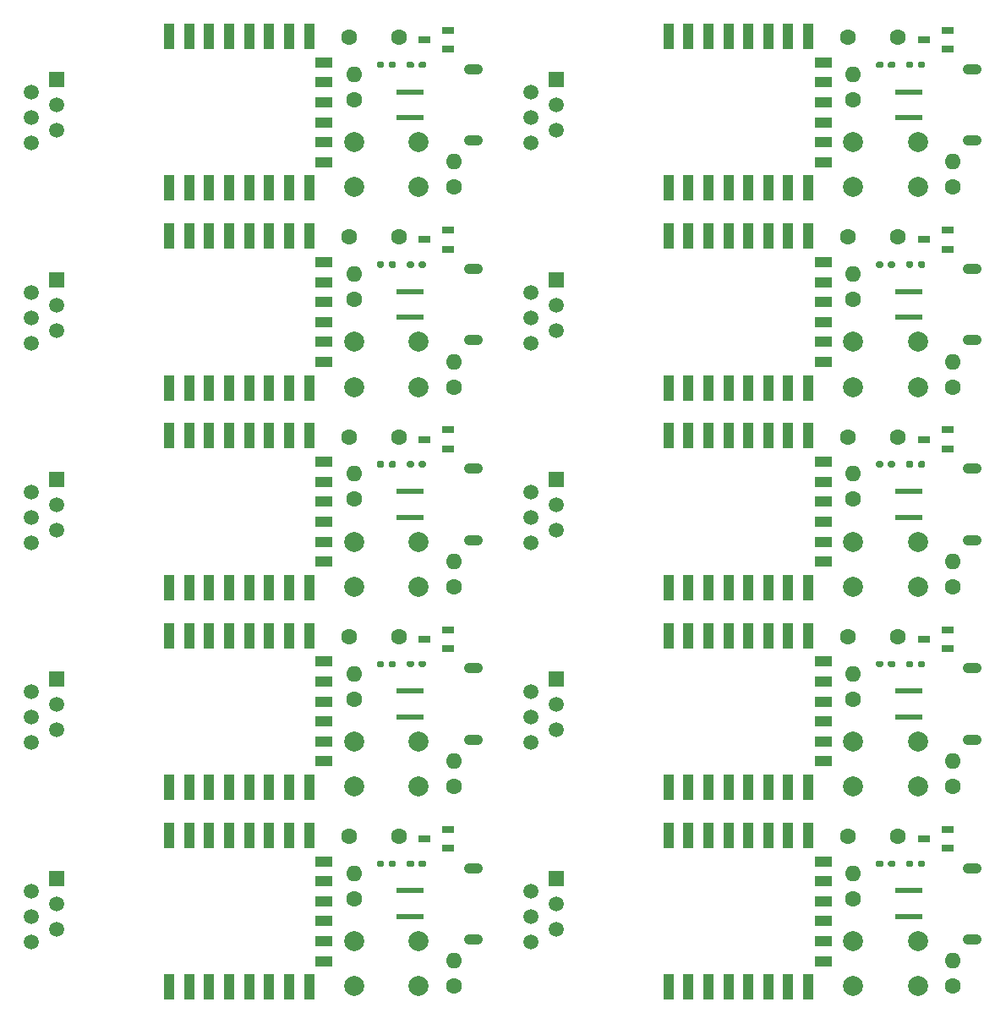
<source format=gbr>
%TF.GenerationSoftware,KiCad,Pcbnew,(5.1.9)-1*%
%TF.CreationDate,2021-04-07T06:54:24+02:00*%
%TF.ProjectId,IM350_AM550_5V_multi,494d3335-305f-4414-9d35-35305f35565f,rev?*%
%TF.SameCoordinates,Original*%
%TF.FileFunction,Soldermask,Top*%
%TF.FilePolarity,Negative*%
%FSLAX46Y46*%
G04 Gerber Fmt 4.6, Leading zero omitted, Abs format (unit mm)*
G04 Created by KiCad (PCBNEW (5.1.9)-1) date 2021-04-07 06:54:24*
%MOMM*%
%LPD*%
G01*
G04 APERTURE LIST*
%ADD10R,1.520000X1.520000*%
%ADD11C,1.520000*%
%ADD12O,1.900000X1.050000*%
%ADD13R,2.800000X0.600000*%
%ADD14C,1.600000*%
%ADD15O,1.600000X1.600000*%
%ADD16C,2.000000*%
%ADD17R,1.000000X2.500000*%
%ADD18R,1.800000X1.000000*%
%ADD19R,1.300000X0.800000*%
G04 APERTURE END LIST*
%TO.C,P3*%
G36*
G01*
X133790000Y-119410000D02*
X133790000Y-119090000D01*
G75*
G02*
X133950000Y-118930000I160000J0D01*
G01*
X134345000Y-118930000D01*
G75*
G02*
X134505000Y-119090000I0J-160000D01*
G01*
X134505000Y-119410000D01*
G75*
G02*
X134345000Y-119570000I-160000J0D01*
G01*
X133950000Y-119570000D01*
G75*
G02*
X133790000Y-119410000I0J160000D01*
G01*
G37*
G36*
G01*
X132595000Y-119410000D02*
X132595000Y-119090000D01*
G75*
G02*
X132755000Y-118930000I160000J0D01*
G01*
X133150000Y-118930000D01*
G75*
G02*
X133310000Y-119090000I0J-160000D01*
G01*
X133310000Y-119410000D01*
G75*
G02*
X133150000Y-119570000I-160000J0D01*
G01*
X132755000Y-119570000D01*
G75*
G02*
X132595000Y-119410000I0J160000D01*
G01*
G37*
%TD*%
D10*
%TO.C,J7*%
X97550000Y-120750000D03*
D11*
X95010000Y-122020000D03*
X97550000Y-123290000D03*
X95010000Y-124560000D03*
X97550000Y-125830000D03*
X95010000Y-127100000D03*
%TD*%
%TO.C,P3*%
G36*
G01*
X132595000Y-99410000D02*
X132595000Y-99090000D01*
G75*
G02*
X132755000Y-98930000I160000J0D01*
G01*
X133150000Y-98930000D01*
G75*
G02*
X133310000Y-99090000I0J-160000D01*
G01*
X133310000Y-99410000D01*
G75*
G02*
X133150000Y-99570000I-160000J0D01*
G01*
X132755000Y-99570000D01*
G75*
G02*
X132595000Y-99410000I0J160000D01*
G01*
G37*
G36*
G01*
X133790000Y-99410000D02*
X133790000Y-99090000D01*
G75*
G02*
X133950000Y-98930000I160000J0D01*
G01*
X134345000Y-98930000D01*
G75*
G02*
X134505000Y-99090000I0J-160000D01*
G01*
X134505000Y-99410000D01*
G75*
G02*
X134345000Y-99570000I-160000J0D01*
G01*
X133950000Y-99570000D01*
G75*
G02*
X133790000Y-99410000I0J160000D01*
G01*
G37*
%TD*%
D12*
%TO.C,J5*%
X139250000Y-99675000D03*
X139250000Y-106825000D03*
D13*
X132900000Y-101950000D03*
X132900000Y-104550000D03*
%TD*%
D14*
%TO.C,C2*%
X131800000Y-96500000D03*
X126800000Y-96500000D03*
%TD*%
%TO.C,P4*%
G36*
G01*
X130790000Y-99410000D02*
X130790000Y-99090000D01*
G75*
G02*
X130950000Y-98930000I160000J0D01*
G01*
X131345000Y-98930000D01*
G75*
G02*
X131505000Y-99090000I0J-160000D01*
G01*
X131505000Y-99410000D01*
G75*
G02*
X131345000Y-99570000I-160000J0D01*
G01*
X130950000Y-99570000D01*
G75*
G02*
X130790000Y-99410000I0J160000D01*
G01*
G37*
G36*
G01*
X129595000Y-99410000D02*
X129595000Y-99090000D01*
G75*
G02*
X129755000Y-98930000I160000J0D01*
G01*
X130150000Y-98930000D01*
G75*
G02*
X130310000Y-99090000I0J-160000D01*
G01*
X130310000Y-99410000D01*
G75*
G02*
X130150000Y-99570000I-160000J0D01*
G01*
X129755000Y-99570000D01*
G75*
G02*
X129595000Y-99410000I0J160000D01*
G01*
G37*
%TD*%
D15*
%TO.C,R1*%
X127300000Y-100210000D03*
D14*
X127300000Y-102750000D03*
%TD*%
D16*
%TO.C,SW1*%
X127300000Y-131500000D03*
X127300000Y-127000000D03*
X133800000Y-131500000D03*
X133800000Y-127000000D03*
%TD*%
D14*
%TO.C,R1*%
X127300000Y-122750000D03*
D15*
X127300000Y-120210000D03*
%TD*%
D14*
%TO.C,C2*%
X126800000Y-116500000D03*
X131800000Y-116500000D03*
%TD*%
D16*
%TO.C,SW1*%
X133800000Y-107000000D03*
X133800000Y-111500000D03*
X127300000Y-107000000D03*
X127300000Y-111500000D03*
%TD*%
D17*
%TO.C,U2*%
X108800000Y-111600000D03*
X110800000Y-111600000D03*
X112800000Y-111600000D03*
X114800000Y-111600000D03*
X116800000Y-111600000D03*
X118800000Y-111600000D03*
X120800000Y-111600000D03*
X122800000Y-111600000D03*
D18*
X124300000Y-109000000D03*
X124300000Y-107000000D03*
X124300000Y-105000000D03*
X124300000Y-103000000D03*
X124300000Y-101000000D03*
X124300000Y-99000000D03*
D17*
X122800000Y-96400000D03*
X120800000Y-96400000D03*
X118800000Y-96400000D03*
X116800000Y-96400000D03*
X114800000Y-96400000D03*
X112800000Y-96400000D03*
X110800000Y-96400000D03*
X108800000Y-96400000D03*
%TD*%
%TO.C,P4*%
G36*
G01*
X129595000Y-119410000D02*
X129595000Y-119090000D01*
G75*
G02*
X129755000Y-118930000I160000J0D01*
G01*
X130150000Y-118930000D01*
G75*
G02*
X130310000Y-119090000I0J-160000D01*
G01*
X130310000Y-119410000D01*
G75*
G02*
X130150000Y-119570000I-160000J0D01*
G01*
X129755000Y-119570000D01*
G75*
G02*
X129595000Y-119410000I0J160000D01*
G01*
G37*
G36*
G01*
X130790000Y-119410000D02*
X130790000Y-119090000D01*
G75*
G02*
X130950000Y-118930000I160000J0D01*
G01*
X131345000Y-118930000D01*
G75*
G02*
X131505000Y-119090000I0J-160000D01*
G01*
X131505000Y-119410000D01*
G75*
G02*
X131345000Y-119570000I-160000J0D01*
G01*
X130950000Y-119570000D01*
G75*
G02*
X130790000Y-119410000I0J160000D01*
G01*
G37*
%TD*%
D15*
%TO.C,R5*%
X137300000Y-128960000D03*
D14*
X137300000Y-131500000D03*
%TD*%
D19*
%TO.C,U1*%
X136750000Y-97700000D03*
X136750000Y-95800000D03*
X134350000Y-96750000D03*
%TD*%
%TO.C,U1*%
X134350000Y-116750000D03*
X136750000Y-115800000D03*
X136750000Y-117700000D03*
%TD*%
D11*
%TO.C,J7*%
X95010000Y-107100000D03*
X97550000Y-105830000D03*
X95010000Y-104560000D03*
X97550000Y-103290000D03*
X95010000Y-102020000D03*
D10*
X97550000Y-100750000D03*
%TD*%
D13*
%TO.C,J5*%
X132900000Y-124550000D03*
X132900000Y-121950000D03*
D12*
X139250000Y-126825000D03*
X139250000Y-119675000D03*
%TD*%
D17*
%TO.C,U2*%
X108800000Y-116400000D03*
X110800000Y-116400000D03*
X112800000Y-116400000D03*
X114800000Y-116400000D03*
X116800000Y-116400000D03*
X118800000Y-116400000D03*
X120800000Y-116400000D03*
X122800000Y-116400000D03*
D18*
X124300000Y-119000000D03*
X124300000Y-121000000D03*
X124300000Y-123000000D03*
X124300000Y-125000000D03*
X124300000Y-127000000D03*
X124300000Y-129000000D03*
D17*
X122800000Y-131600000D03*
X120800000Y-131600000D03*
X118800000Y-131600000D03*
X116800000Y-131600000D03*
X114800000Y-131600000D03*
X112800000Y-131600000D03*
X110800000Y-131600000D03*
X108800000Y-131600000D03*
%TD*%
D14*
%TO.C,R5*%
X137300000Y-111500000D03*
D15*
X137300000Y-108960000D03*
%TD*%
D13*
%TO.C,J5*%
X132900000Y-84550000D03*
X132900000Y-81950000D03*
D12*
X139250000Y-86825000D03*
X139250000Y-79675000D03*
%TD*%
D14*
%TO.C,C2*%
X126800000Y-76500000D03*
X131800000Y-76500000D03*
%TD*%
%TO.C,P4*%
G36*
G01*
X129595000Y-79410000D02*
X129595000Y-79090000D01*
G75*
G02*
X129755000Y-78930000I160000J0D01*
G01*
X130150000Y-78930000D01*
G75*
G02*
X130310000Y-79090000I0J-160000D01*
G01*
X130310000Y-79410000D01*
G75*
G02*
X130150000Y-79570000I-160000J0D01*
G01*
X129755000Y-79570000D01*
G75*
G02*
X129595000Y-79410000I0J160000D01*
G01*
G37*
G36*
G01*
X130790000Y-79410000D02*
X130790000Y-79090000D01*
G75*
G02*
X130950000Y-78930000I160000J0D01*
G01*
X131345000Y-78930000D01*
G75*
G02*
X131505000Y-79090000I0J-160000D01*
G01*
X131505000Y-79410000D01*
G75*
G02*
X131345000Y-79570000I-160000J0D01*
G01*
X130950000Y-79570000D01*
G75*
G02*
X130790000Y-79410000I0J160000D01*
G01*
G37*
%TD*%
D17*
%TO.C,U2*%
X108800000Y-76400000D03*
X110800000Y-76400000D03*
X112800000Y-76400000D03*
X114800000Y-76400000D03*
X116800000Y-76400000D03*
X118800000Y-76400000D03*
X120800000Y-76400000D03*
X122800000Y-76400000D03*
D18*
X124300000Y-79000000D03*
X124300000Y-81000000D03*
X124300000Y-83000000D03*
X124300000Y-85000000D03*
X124300000Y-87000000D03*
X124300000Y-89000000D03*
D17*
X122800000Y-91600000D03*
X120800000Y-91600000D03*
X118800000Y-91600000D03*
X116800000Y-91600000D03*
X114800000Y-91600000D03*
X112800000Y-91600000D03*
X110800000Y-91600000D03*
X108800000Y-91600000D03*
%TD*%
D10*
%TO.C,J7*%
X97550000Y-80750000D03*
D11*
X95010000Y-82020000D03*
X97550000Y-83290000D03*
X95010000Y-84560000D03*
X97550000Y-85830000D03*
X95010000Y-87100000D03*
%TD*%
D19*
%TO.C,U1*%
X134350000Y-76750000D03*
X136750000Y-75800000D03*
X136750000Y-77700000D03*
%TD*%
%TO.C,P3*%
G36*
G01*
X133790000Y-79410000D02*
X133790000Y-79090000D01*
G75*
G02*
X133950000Y-78930000I160000J0D01*
G01*
X134345000Y-78930000D01*
G75*
G02*
X134505000Y-79090000I0J-160000D01*
G01*
X134505000Y-79410000D01*
G75*
G02*
X134345000Y-79570000I-160000J0D01*
G01*
X133950000Y-79570000D01*
G75*
G02*
X133790000Y-79410000I0J160000D01*
G01*
G37*
G36*
G01*
X132595000Y-79410000D02*
X132595000Y-79090000D01*
G75*
G02*
X132755000Y-78930000I160000J0D01*
G01*
X133150000Y-78930000D01*
G75*
G02*
X133310000Y-79090000I0J-160000D01*
G01*
X133310000Y-79410000D01*
G75*
G02*
X133150000Y-79570000I-160000J0D01*
G01*
X132755000Y-79570000D01*
G75*
G02*
X132595000Y-79410000I0J160000D01*
G01*
G37*
%TD*%
D14*
%TO.C,R1*%
X127300000Y-82750000D03*
D15*
X127300000Y-80210000D03*
%TD*%
%TO.C,R5*%
X137300000Y-88960000D03*
D14*
X137300000Y-91500000D03*
%TD*%
D16*
%TO.C,SW1*%
X127300000Y-91500000D03*
X127300000Y-87000000D03*
X133800000Y-91500000D03*
X133800000Y-87000000D03*
%TD*%
D11*
%TO.C,J7*%
X95010000Y-67100000D03*
X97550000Y-65830000D03*
X95010000Y-64560000D03*
X97550000Y-63290000D03*
X95010000Y-62020000D03*
D10*
X97550000Y-60750000D03*
%TD*%
%TO.C,P4*%
G36*
G01*
X130790000Y-59410000D02*
X130790000Y-59090000D01*
G75*
G02*
X130950000Y-58930000I160000J0D01*
G01*
X131345000Y-58930000D01*
G75*
G02*
X131505000Y-59090000I0J-160000D01*
G01*
X131505000Y-59410000D01*
G75*
G02*
X131345000Y-59570000I-160000J0D01*
G01*
X130950000Y-59570000D01*
G75*
G02*
X130790000Y-59410000I0J160000D01*
G01*
G37*
G36*
G01*
X129595000Y-59410000D02*
X129595000Y-59090000D01*
G75*
G02*
X129755000Y-58930000I160000J0D01*
G01*
X130150000Y-58930000D01*
G75*
G02*
X130310000Y-59090000I0J-160000D01*
G01*
X130310000Y-59410000D01*
G75*
G02*
X130150000Y-59570000I-160000J0D01*
G01*
X129755000Y-59570000D01*
G75*
G02*
X129595000Y-59410000I0J160000D01*
G01*
G37*
%TD*%
D17*
%TO.C,U2*%
X108800000Y-71600000D03*
X110800000Y-71600000D03*
X112800000Y-71600000D03*
X114800000Y-71600000D03*
X116800000Y-71600000D03*
X118800000Y-71600000D03*
X120800000Y-71600000D03*
X122800000Y-71600000D03*
D18*
X124300000Y-69000000D03*
X124300000Y-67000000D03*
X124300000Y-65000000D03*
X124300000Y-63000000D03*
X124300000Y-61000000D03*
X124300000Y-59000000D03*
D17*
X122800000Y-56400000D03*
X120800000Y-56400000D03*
X118800000Y-56400000D03*
X116800000Y-56400000D03*
X114800000Y-56400000D03*
X112800000Y-56400000D03*
X110800000Y-56400000D03*
X108800000Y-56400000D03*
%TD*%
D19*
%TO.C,U1*%
X136750000Y-57700000D03*
X136750000Y-55800000D03*
X134350000Y-56750000D03*
%TD*%
%TO.C,P3*%
G36*
G01*
X132595000Y-59410000D02*
X132595000Y-59090000D01*
G75*
G02*
X132755000Y-58930000I160000J0D01*
G01*
X133150000Y-58930000D01*
G75*
G02*
X133310000Y-59090000I0J-160000D01*
G01*
X133310000Y-59410000D01*
G75*
G02*
X133150000Y-59570000I-160000J0D01*
G01*
X132755000Y-59570000D01*
G75*
G02*
X132595000Y-59410000I0J160000D01*
G01*
G37*
G36*
G01*
X133790000Y-59410000D02*
X133790000Y-59090000D01*
G75*
G02*
X133950000Y-58930000I160000J0D01*
G01*
X134345000Y-58930000D01*
G75*
G02*
X134505000Y-59090000I0J-160000D01*
G01*
X134505000Y-59410000D01*
G75*
G02*
X134345000Y-59570000I-160000J0D01*
G01*
X133950000Y-59570000D01*
G75*
G02*
X133790000Y-59410000I0J160000D01*
G01*
G37*
%TD*%
D14*
%TO.C,C2*%
X131800000Y-56500000D03*
X126800000Y-56500000D03*
%TD*%
D12*
%TO.C,J5*%
X139250000Y-59675000D03*
X139250000Y-66825000D03*
D13*
X132900000Y-61950000D03*
X132900000Y-64550000D03*
%TD*%
D10*
%TO.C,J7*%
X97550000Y-40750000D03*
D11*
X95010000Y-42020000D03*
X97550000Y-43290000D03*
X95010000Y-44560000D03*
X97550000Y-45830000D03*
X95010000Y-47100000D03*
%TD*%
D16*
%TO.C,SW1*%
X133800000Y-67000000D03*
X133800000Y-71500000D03*
X127300000Y-67000000D03*
X127300000Y-71500000D03*
%TD*%
D15*
%TO.C,R1*%
X127300000Y-60210000D03*
D14*
X127300000Y-62750000D03*
%TD*%
%TO.C,R5*%
X137300000Y-71500000D03*
D15*
X137300000Y-68960000D03*
%TD*%
D17*
%TO.C,U2*%
X108800000Y-36400000D03*
X110800000Y-36400000D03*
X112800000Y-36400000D03*
X114800000Y-36400000D03*
X116800000Y-36400000D03*
X118800000Y-36400000D03*
X120800000Y-36400000D03*
X122800000Y-36400000D03*
D18*
X124300000Y-39000000D03*
X124300000Y-41000000D03*
X124300000Y-43000000D03*
X124300000Y-45000000D03*
X124300000Y-47000000D03*
X124300000Y-49000000D03*
D17*
X122800000Y-51600000D03*
X120800000Y-51600000D03*
X118800000Y-51600000D03*
X116800000Y-51600000D03*
X114800000Y-51600000D03*
X112800000Y-51600000D03*
X110800000Y-51600000D03*
X108800000Y-51600000D03*
%TD*%
D19*
%TO.C,U1*%
X134350000Y-36750000D03*
X136750000Y-35800000D03*
X136750000Y-37700000D03*
%TD*%
%TO.C,P3*%
G36*
G01*
X133790000Y-39410000D02*
X133790000Y-39090000D01*
G75*
G02*
X133950000Y-38930000I160000J0D01*
G01*
X134345000Y-38930000D01*
G75*
G02*
X134505000Y-39090000I0J-160000D01*
G01*
X134505000Y-39410000D01*
G75*
G02*
X134345000Y-39570000I-160000J0D01*
G01*
X133950000Y-39570000D01*
G75*
G02*
X133790000Y-39410000I0J160000D01*
G01*
G37*
G36*
G01*
X132595000Y-39410000D02*
X132595000Y-39090000D01*
G75*
G02*
X132755000Y-38930000I160000J0D01*
G01*
X133150000Y-38930000D01*
G75*
G02*
X133310000Y-39090000I0J-160000D01*
G01*
X133310000Y-39410000D01*
G75*
G02*
X133150000Y-39570000I-160000J0D01*
G01*
X132755000Y-39570000D01*
G75*
G02*
X132595000Y-39410000I0J160000D01*
G01*
G37*
%TD*%
D14*
%TO.C,R1*%
X127300000Y-42750000D03*
D15*
X127300000Y-40210000D03*
%TD*%
D14*
%TO.C,C2*%
X126800000Y-36500000D03*
X131800000Y-36500000D03*
%TD*%
%TO.C,P4*%
G36*
G01*
X129595000Y-39410000D02*
X129595000Y-39090000D01*
G75*
G02*
X129755000Y-38930000I160000J0D01*
G01*
X130150000Y-38930000D01*
G75*
G02*
X130310000Y-39090000I0J-160000D01*
G01*
X130310000Y-39410000D01*
G75*
G02*
X130150000Y-39570000I-160000J0D01*
G01*
X129755000Y-39570000D01*
G75*
G02*
X129595000Y-39410000I0J160000D01*
G01*
G37*
G36*
G01*
X130790000Y-39410000D02*
X130790000Y-39090000D01*
G75*
G02*
X130950000Y-38930000I160000J0D01*
G01*
X131345000Y-38930000D01*
G75*
G02*
X131505000Y-39090000I0J-160000D01*
G01*
X131505000Y-39410000D01*
G75*
G02*
X131345000Y-39570000I-160000J0D01*
G01*
X130950000Y-39570000D01*
G75*
G02*
X130790000Y-39410000I0J160000D01*
G01*
G37*
%TD*%
D16*
%TO.C,SW1*%
X127300000Y-51500000D03*
X127300000Y-47000000D03*
X133800000Y-51500000D03*
X133800000Y-47000000D03*
%TD*%
D15*
%TO.C,R5*%
X137300000Y-48960000D03*
D14*
X137300000Y-51500000D03*
%TD*%
D13*
%TO.C,J5*%
X132900000Y-44550000D03*
X132900000Y-41950000D03*
D12*
X139250000Y-46825000D03*
X139250000Y-39675000D03*
%TD*%
%TO.C,P3*%
G36*
G01*
X82595000Y-119410000D02*
X82595000Y-119090000D01*
G75*
G02*
X82755000Y-118930000I160000J0D01*
G01*
X83150000Y-118930000D01*
G75*
G02*
X83310000Y-119090000I0J-160000D01*
G01*
X83310000Y-119410000D01*
G75*
G02*
X83150000Y-119570000I-160000J0D01*
G01*
X82755000Y-119570000D01*
G75*
G02*
X82595000Y-119410000I0J160000D01*
G01*
G37*
G36*
G01*
X83790000Y-119410000D02*
X83790000Y-119090000D01*
G75*
G02*
X83950000Y-118930000I160000J0D01*
G01*
X84345000Y-118930000D01*
G75*
G02*
X84505000Y-119090000I0J-160000D01*
G01*
X84505000Y-119410000D01*
G75*
G02*
X84345000Y-119570000I-160000J0D01*
G01*
X83950000Y-119570000D01*
G75*
G02*
X83790000Y-119410000I0J160000D01*
G01*
G37*
%TD*%
%TO.C,J5*%
X89250000Y-119675000D03*
X89250000Y-126825000D03*
D13*
X82900000Y-121950000D03*
X82900000Y-124550000D03*
%TD*%
D14*
%TO.C,C2*%
X81800000Y-116500000D03*
X76800000Y-116500000D03*
%TD*%
%TO.C,P4*%
G36*
G01*
X80790000Y-119410000D02*
X80790000Y-119090000D01*
G75*
G02*
X80950000Y-118930000I160000J0D01*
G01*
X81345000Y-118930000D01*
G75*
G02*
X81505000Y-119090000I0J-160000D01*
G01*
X81505000Y-119410000D01*
G75*
G02*
X81345000Y-119570000I-160000J0D01*
G01*
X80950000Y-119570000D01*
G75*
G02*
X80790000Y-119410000I0J160000D01*
G01*
G37*
G36*
G01*
X79595000Y-119410000D02*
X79595000Y-119090000D01*
G75*
G02*
X79755000Y-118930000I160000J0D01*
G01*
X80150000Y-118930000D01*
G75*
G02*
X80310000Y-119090000I0J-160000D01*
G01*
X80310000Y-119410000D01*
G75*
G02*
X80150000Y-119570000I-160000J0D01*
G01*
X79755000Y-119570000D01*
G75*
G02*
X79595000Y-119410000I0J160000D01*
G01*
G37*
%TD*%
D15*
%TO.C,R1*%
X77300000Y-120210000D03*
D14*
X77300000Y-122750000D03*
%TD*%
D16*
%TO.C,SW1*%
X83800000Y-127000000D03*
X83800000Y-131500000D03*
X77300000Y-127000000D03*
X77300000Y-131500000D03*
%TD*%
D17*
%TO.C,U2*%
X58800000Y-131600000D03*
X60800000Y-131600000D03*
X62800000Y-131600000D03*
X64800000Y-131600000D03*
X66800000Y-131600000D03*
X68800000Y-131600000D03*
X70800000Y-131600000D03*
X72800000Y-131600000D03*
D18*
X74300000Y-129000000D03*
X74300000Y-127000000D03*
X74300000Y-125000000D03*
X74300000Y-123000000D03*
X74300000Y-121000000D03*
X74300000Y-119000000D03*
D17*
X72800000Y-116400000D03*
X70800000Y-116400000D03*
X68800000Y-116400000D03*
X66800000Y-116400000D03*
X64800000Y-116400000D03*
X62800000Y-116400000D03*
X60800000Y-116400000D03*
X58800000Y-116400000D03*
%TD*%
D19*
%TO.C,U1*%
X86750000Y-117700000D03*
X86750000Y-115800000D03*
X84350000Y-116750000D03*
%TD*%
D11*
%TO.C,J7*%
X45010000Y-127100000D03*
X47550000Y-125830000D03*
X45010000Y-124560000D03*
X47550000Y-123290000D03*
X45010000Y-122020000D03*
D10*
X47550000Y-120750000D03*
%TD*%
D14*
%TO.C,R5*%
X87300000Y-131500000D03*
D15*
X87300000Y-128960000D03*
%TD*%
D13*
%TO.C,J5*%
X82900000Y-104550000D03*
X82900000Y-101950000D03*
D12*
X89250000Y-106825000D03*
X89250000Y-99675000D03*
%TD*%
D14*
%TO.C,C2*%
X76800000Y-96500000D03*
X81800000Y-96500000D03*
%TD*%
%TO.C,P4*%
G36*
G01*
X79595000Y-99410000D02*
X79595000Y-99090000D01*
G75*
G02*
X79755000Y-98930000I160000J0D01*
G01*
X80150000Y-98930000D01*
G75*
G02*
X80310000Y-99090000I0J-160000D01*
G01*
X80310000Y-99410000D01*
G75*
G02*
X80150000Y-99570000I-160000J0D01*
G01*
X79755000Y-99570000D01*
G75*
G02*
X79595000Y-99410000I0J160000D01*
G01*
G37*
G36*
G01*
X80790000Y-99410000D02*
X80790000Y-99090000D01*
G75*
G02*
X80950000Y-98930000I160000J0D01*
G01*
X81345000Y-98930000D01*
G75*
G02*
X81505000Y-99090000I0J-160000D01*
G01*
X81505000Y-99410000D01*
G75*
G02*
X81345000Y-99570000I-160000J0D01*
G01*
X80950000Y-99570000D01*
G75*
G02*
X80790000Y-99410000I0J160000D01*
G01*
G37*
%TD*%
D17*
%TO.C,U2*%
X58800000Y-96400000D03*
X60800000Y-96400000D03*
X62800000Y-96400000D03*
X64800000Y-96400000D03*
X66800000Y-96400000D03*
X68800000Y-96400000D03*
X70800000Y-96400000D03*
X72800000Y-96400000D03*
D18*
X74300000Y-99000000D03*
X74300000Y-101000000D03*
X74300000Y-103000000D03*
X74300000Y-105000000D03*
X74300000Y-107000000D03*
X74300000Y-109000000D03*
D17*
X72800000Y-111600000D03*
X70800000Y-111600000D03*
X68800000Y-111600000D03*
X66800000Y-111600000D03*
X64800000Y-111600000D03*
X62800000Y-111600000D03*
X60800000Y-111600000D03*
X58800000Y-111600000D03*
%TD*%
D10*
%TO.C,J7*%
X47550000Y-100750000D03*
D11*
X45010000Y-102020000D03*
X47550000Y-103290000D03*
X45010000Y-104560000D03*
X47550000Y-105830000D03*
X45010000Y-107100000D03*
%TD*%
D19*
%TO.C,U1*%
X84350000Y-96750000D03*
X86750000Y-95800000D03*
X86750000Y-97700000D03*
%TD*%
%TO.C,P3*%
G36*
G01*
X83790000Y-99410000D02*
X83790000Y-99090000D01*
G75*
G02*
X83950000Y-98930000I160000J0D01*
G01*
X84345000Y-98930000D01*
G75*
G02*
X84505000Y-99090000I0J-160000D01*
G01*
X84505000Y-99410000D01*
G75*
G02*
X84345000Y-99570000I-160000J0D01*
G01*
X83950000Y-99570000D01*
G75*
G02*
X83790000Y-99410000I0J160000D01*
G01*
G37*
G36*
G01*
X82595000Y-99410000D02*
X82595000Y-99090000D01*
G75*
G02*
X82755000Y-98930000I160000J0D01*
G01*
X83150000Y-98930000D01*
G75*
G02*
X83310000Y-99090000I0J-160000D01*
G01*
X83310000Y-99410000D01*
G75*
G02*
X83150000Y-99570000I-160000J0D01*
G01*
X82755000Y-99570000D01*
G75*
G02*
X82595000Y-99410000I0J160000D01*
G01*
G37*
%TD*%
D14*
%TO.C,R1*%
X77300000Y-102750000D03*
D15*
X77300000Y-100210000D03*
%TD*%
%TO.C,R5*%
X87300000Y-108960000D03*
D14*
X87300000Y-111500000D03*
%TD*%
D16*
%TO.C,SW1*%
X77300000Y-111500000D03*
X77300000Y-107000000D03*
X83800000Y-111500000D03*
X83800000Y-107000000D03*
%TD*%
D11*
%TO.C,J7*%
X45010000Y-87100000D03*
X47550000Y-85830000D03*
X45010000Y-84560000D03*
X47550000Y-83290000D03*
X45010000Y-82020000D03*
D10*
X47550000Y-80750000D03*
%TD*%
%TO.C,P4*%
G36*
G01*
X80790000Y-79410000D02*
X80790000Y-79090000D01*
G75*
G02*
X80950000Y-78930000I160000J0D01*
G01*
X81345000Y-78930000D01*
G75*
G02*
X81505000Y-79090000I0J-160000D01*
G01*
X81505000Y-79410000D01*
G75*
G02*
X81345000Y-79570000I-160000J0D01*
G01*
X80950000Y-79570000D01*
G75*
G02*
X80790000Y-79410000I0J160000D01*
G01*
G37*
G36*
G01*
X79595000Y-79410000D02*
X79595000Y-79090000D01*
G75*
G02*
X79755000Y-78930000I160000J0D01*
G01*
X80150000Y-78930000D01*
G75*
G02*
X80310000Y-79090000I0J-160000D01*
G01*
X80310000Y-79410000D01*
G75*
G02*
X80150000Y-79570000I-160000J0D01*
G01*
X79755000Y-79570000D01*
G75*
G02*
X79595000Y-79410000I0J160000D01*
G01*
G37*
%TD*%
D17*
%TO.C,U2*%
X58800000Y-91600000D03*
X60800000Y-91600000D03*
X62800000Y-91600000D03*
X64800000Y-91600000D03*
X66800000Y-91600000D03*
X68800000Y-91600000D03*
X70800000Y-91600000D03*
X72800000Y-91600000D03*
D18*
X74300000Y-89000000D03*
X74300000Y-87000000D03*
X74300000Y-85000000D03*
X74300000Y-83000000D03*
X74300000Y-81000000D03*
X74300000Y-79000000D03*
D17*
X72800000Y-76400000D03*
X70800000Y-76400000D03*
X68800000Y-76400000D03*
X66800000Y-76400000D03*
X64800000Y-76400000D03*
X62800000Y-76400000D03*
X60800000Y-76400000D03*
X58800000Y-76400000D03*
%TD*%
D19*
%TO.C,U1*%
X86750000Y-77700000D03*
X86750000Y-75800000D03*
X84350000Y-76750000D03*
%TD*%
%TO.C,P3*%
G36*
G01*
X82595000Y-79410000D02*
X82595000Y-79090000D01*
G75*
G02*
X82755000Y-78930000I160000J0D01*
G01*
X83150000Y-78930000D01*
G75*
G02*
X83310000Y-79090000I0J-160000D01*
G01*
X83310000Y-79410000D01*
G75*
G02*
X83150000Y-79570000I-160000J0D01*
G01*
X82755000Y-79570000D01*
G75*
G02*
X82595000Y-79410000I0J160000D01*
G01*
G37*
G36*
G01*
X83790000Y-79410000D02*
X83790000Y-79090000D01*
G75*
G02*
X83950000Y-78930000I160000J0D01*
G01*
X84345000Y-78930000D01*
G75*
G02*
X84505000Y-79090000I0J-160000D01*
G01*
X84505000Y-79410000D01*
G75*
G02*
X84345000Y-79570000I-160000J0D01*
G01*
X83950000Y-79570000D01*
G75*
G02*
X83790000Y-79410000I0J160000D01*
G01*
G37*
%TD*%
D14*
%TO.C,C2*%
X81800000Y-76500000D03*
X76800000Y-76500000D03*
%TD*%
D12*
%TO.C,J5*%
X89250000Y-79675000D03*
X89250000Y-86825000D03*
D13*
X82900000Y-81950000D03*
X82900000Y-84550000D03*
%TD*%
D16*
%TO.C,SW1*%
X83800000Y-87000000D03*
X83800000Y-91500000D03*
X77300000Y-87000000D03*
X77300000Y-91500000D03*
%TD*%
D15*
%TO.C,R1*%
X77300000Y-80210000D03*
D14*
X77300000Y-82750000D03*
%TD*%
%TO.C,R5*%
X87300000Y-91500000D03*
D15*
X87300000Y-88960000D03*
%TD*%
D10*
%TO.C,J7*%
X47550000Y-60750000D03*
D11*
X45010000Y-62020000D03*
X47550000Y-63290000D03*
X45010000Y-64560000D03*
X47550000Y-65830000D03*
X45010000Y-67100000D03*
%TD*%
D17*
%TO.C,U2*%
X58800000Y-56400000D03*
X60800000Y-56400000D03*
X62800000Y-56400000D03*
X64800000Y-56400000D03*
X66800000Y-56400000D03*
X68800000Y-56400000D03*
X70800000Y-56400000D03*
X72800000Y-56400000D03*
D18*
X74300000Y-59000000D03*
X74300000Y-61000000D03*
X74300000Y-63000000D03*
X74300000Y-65000000D03*
X74300000Y-67000000D03*
X74300000Y-69000000D03*
D17*
X72800000Y-71600000D03*
X70800000Y-71600000D03*
X68800000Y-71600000D03*
X66800000Y-71600000D03*
X64800000Y-71600000D03*
X62800000Y-71600000D03*
X60800000Y-71600000D03*
X58800000Y-71600000D03*
%TD*%
D19*
%TO.C,U1*%
X84350000Y-56750000D03*
X86750000Y-55800000D03*
X86750000Y-57700000D03*
%TD*%
%TO.C,P3*%
G36*
G01*
X83790000Y-59410000D02*
X83790000Y-59090000D01*
G75*
G02*
X83950000Y-58930000I160000J0D01*
G01*
X84345000Y-58930000D01*
G75*
G02*
X84505000Y-59090000I0J-160000D01*
G01*
X84505000Y-59410000D01*
G75*
G02*
X84345000Y-59570000I-160000J0D01*
G01*
X83950000Y-59570000D01*
G75*
G02*
X83790000Y-59410000I0J160000D01*
G01*
G37*
G36*
G01*
X82595000Y-59410000D02*
X82595000Y-59090000D01*
G75*
G02*
X82755000Y-58930000I160000J0D01*
G01*
X83150000Y-58930000D01*
G75*
G02*
X83310000Y-59090000I0J-160000D01*
G01*
X83310000Y-59410000D01*
G75*
G02*
X83150000Y-59570000I-160000J0D01*
G01*
X82755000Y-59570000D01*
G75*
G02*
X82595000Y-59410000I0J160000D01*
G01*
G37*
%TD*%
D14*
%TO.C,R1*%
X77300000Y-62750000D03*
D15*
X77300000Y-60210000D03*
%TD*%
D14*
%TO.C,C2*%
X76800000Y-56500000D03*
X81800000Y-56500000D03*
%TD*%
%TO.C,P4*%
G36*
G01*
X79595000Y-59410000D02*
X79595000Y-59090000D01*
G75*
G02*
X79755000Y-58930000I160000J0D01*
G01*
X80150000Y-58930000D01*
G75*
G02*
X80310000Y-59090000I0J-160000D01*
G01*
X80310000Y-59410000D01*
G75*
G02*
X80150000Y-59570000I-160000J0D01*
G01*
X79755000Y-59570000D01*
G75*
G02*
X79595000Y-59410000I0J160000D01*
G01*
G37*
G36*
G01*
X80790000Y-59410000D02*
X80790000Y-59090000D01*
G75*
G02*
X80950000Y-58930000I160000J0D01*
G01*
X81345000Y-58930000D01*
G75*
G02*
X81505000Y-59090000I0J-160000D01*
G01*
X81505000Y-59410000D01*
G75*
G02*
X81345000Y-59570000I-160000J0D01*
G01*
X80950000Y-59570000D01*
G75*
G02*
X80790000Y-59410000I0J160000D01*
G01*
G37*
%TD*%
D16*
%TO.C,SW1*%
X77300000Y-71500000D03*
X77300000Y-67000000D03*
X83800000Y-71500000D03*
X83800000Y-67000000D03*
%TD*%
D15*
%TO.C,R5*%
X87300000Y-68960000D03*
D14*
X87300000Y-71500000D03*
%TD*%
D13*
%TO.C,J5*%
X82900000Y-64550000D03*
X82900000Y-61950000D03*
D12*
X89250000Y-66825000D03*
X89250000Y-59675000D03*
%TD*%
D14*
%TO.C,C2*%
X81800000Y-36500000D03*
X76800000Y-36500000D03*
%TD*%
D12*
%TO.C,J5*%
X89250000Y-39675000D03*
X89250000Y-46825000D03*
D13*
X82900000Y-41950000D03*
X82900000Y-44550000D03*
%TD*%
D15*
%TO.C,R1*%
X77300000Y-40210000D03*
D14*
X77300000Y-42750000D03*
%TD*%
%TO.C,P3*%
G36*
G01*
X82595000Y-39410000D02*
X82595000Y-39090000D01*
G75*
G02*
X82755000Y-38930000I160000J0D01*
G01*
X83150000Y-38930000D01*
G75*
G02*
X83310000Y-39090000I0J-160000D01*
G01*
X83310000Y-39410000D01*
G75*
G02*
X83150000Y-39570000I-160000J0D01*
G01*
X82755000Y-39570000D01*
G75*
G02*
X82595000Y-39410000I0J160000D01*
G01*
G37*
G36*
G01*
X83790000Y-39410000D02*
X83790000Y-39090000D01*
G75*
G02*
X83950000Y-38930000I160000J0D01*
G01*
X84345000Y-38930000D01*
G75*
G02*
X84505000Y-39090000I0J-160000D01*
G01*
X84505000Y-39410000D01*
G75*
G02*
X84345000Y-39570000I-160000J0D01*
G01*
X83950000Y-39570000D01*
G75*
G02*
X83790000Y-39410000I0J160000D01*
G01*
G37*
%TD*%
%TO.C,R5*%
X87300000Y-51500000D03*
D15*
X87300000Y-48960000D03*
%TD*%
%TO.C,P4*%
G36*
G01*
X80790000Y-39410000D02*
X80790000Y-39090000D01*
G75*
G02*
X80950000Y-38930000I160000J0D01*
G01*
X81345000Y-38930000D01*
G75*
G02*
X81505000Y-39090000I0J-160000D01*
G01*
X81505000Y-39410000D01*
G75*
G02*
X81345000Y-39570000I-160000J0D01*
G01*
X80950000Y-39570000D01*
G75*
G02*
X80790000Y-39410000I0J160000D01*
G01*
G37*
G36*
G01*
X79595000Y-39410000D02*
X79595000Y-39090000D01*
G75*
G02*
X79755000Y-38930000I160000J0D01*
G01*
X80150000Y-38930000D01*
G75*
G02*
X80310000Y-39090000I0J-160000D01*
G01*
X80310000Y-39410000D01*
G75*
G02*
X80150000Y-39570000I-160000J0D01*
G01*
X79755000Y-39570000D01*
G75*
G02*
X79595000Y-39410000I0J160000D01*
G01*
G37*
%TD*%
D16*
%TO.C,SW1*%
X83800000Y-47000000D03*
X83800000Y-51500000D03*
X77300000Y-47000000D03*
X77300000Y-51500000D03*
%TD*%
D19*
%TO.C,U1*%
X86750000Y-37700000D03*
X86750000Y-35800000D03*
X84350000Y-36750000D03*
%TD*%
D17*
%TO.C,U2*%
X58800000Y-51600000D03*
X60800000Y-51600000D03*
X62800000Y-51600000D03*
X64800000Y-51600000D03*
X66800000Y-51600000D03*
X68800000Y-51600000D03*
X70800000Y-51600000D03*
X72800000Y-51600000D03*
D18*
X74300000Y-49000000D03*
X74300000Y-47000000D03*
X74300000Y-45000000D03*
X74300000Y-43000000D03*
X74300000Y-41000000D03*
X74300000Y-39000000D03*
D17*
X72800000Y-36400000D03*
X70800000Y-36400000D03*
X68800000Y-36400000D03*
X66800000Y-36400000D03*
X64800000Y-36400000D03*
X62800000Y-36400000D03*
X60800000Y-36400000D03*
X58800000Y-36400000D03*
%TD*%
D11*
%TO.C,J7*%
X45010000Y-47100000D03*
X47550000Y-45830000D03*
X45010000Y-44560000D03*
X47550000Y-43290000D03*
X45010000Y-42020000D03*
D10*
X47550000Y-40750000D03*
%TD*%
M02*

</source>
